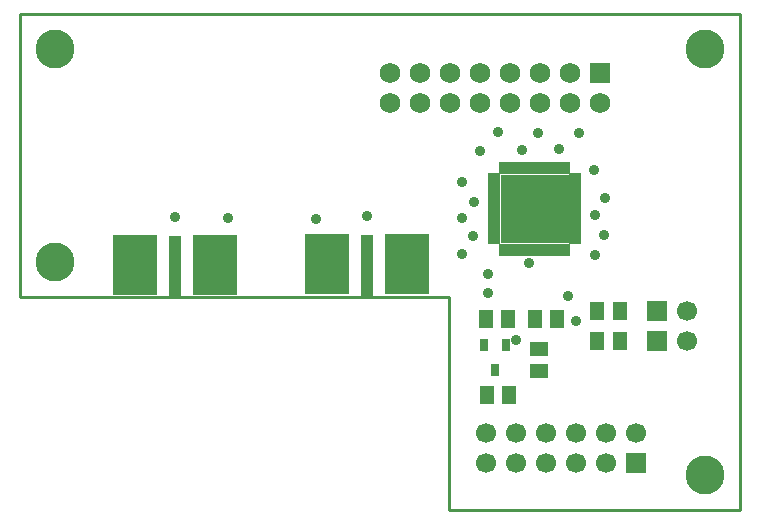
<source format=gts>
G04*
G04 #@! TF.GenerationSoftware,Altium Limited,Altium Designer,20.2.5 (213)*
G04*
G04 Layer_Color=8388736*
%FSLAX42Y42*%
%MOMM*%
G71*
G04*
G04 #@! TF.SameCoordinates,652FF055-600A-4CD0-B872-06A474BCBBFF*
G04*
G04*
G04 #@! TF.FilePolarity,Negative*
G04*
G01*
G75*
%ADD12C,0.25*%
%ADD23R,0.80X1.05*%
%ADD24R,1.22X1.60*%
%ADD25R,1.05X0.50*%
%ADD26R,0.50X1.05*%
%ADD27R,5.80X5.80*%
%ADD28R,3.70X5.10*%
%ADD29R,1.10X5.30*%
%ADD30R,1.60X1.22*%
%ADD31C,1.70*%
%ADD32R,1.70X1.70*%
%ADD33R,1.70X1.70*%
%ADD34C,1.73*%
%ADD35R,1.73X1.73*%
%ADD36C,3.30*%
%ADD37C,0.90*%
D12*
X7640Y5300D02*
X10100D01*
X7640D02*
Y7100D01*
X4000D02*
X7640D01*
X4000D02*
Y9500D01*
X10100D01*
Y5300D02*
Y9500D01*
D23*
X8028Y6482D02*
D03*
X7932Y6697D02*
D03*
X8122D02*
D03*
D24*
X7955Y6272D02*
D03*
X8146D02*
D03*
X8360Y6915D02*
D03*
X8550D02*
D03*
X8136D02*
D03*
X7945D02*
D03*
X8890Y6985D02*
D03*
X9081D02*
D03*
Y6731D02*
D03*
X8890D02*
D03*
D25*
X8705Y7575D02*
D03*
Y7625D02*
D03*
Y7675D02*
D03*
Y7725D02*
D03*
Y7775D02*
D03*
Y7825D02*
D03*
Y7875D02*
D03*
Y7925D02*
D03*
Y7975D02*
D03*
Y8025D02*
D03*
Y8075D02*
D03*
Y8125D02*
D03*
X8015D02*
D03*
Y8075D02*
D03*
Y8025D02*
D03*
Y7975D02*
D03*
Y7925D02*
D03*
Y7875D02*
D03*
Y7825D02*
D03*
Y7775D02*
D03*
Y7725D02*
D03*
Y7675D02*
D03*
Y7625D02*
D03*
Y7575D02*
D03*
D26*
X8635Y8195D02*
D03*
X8585D02*
D03*
X8535D02*
D03*
X8485D02*
D03*
X8435D02*
D03*
X8385D02*
D03*
X8335D02*
D03*
X8285D02*
D03*
X8235D02*
D03*
X8185D02*
D03*
X8135D02*
D03*
X8085D02*
D03*
Y7505D02*
D03*
X8135D02*
D03*
X8185D02*
D03*
X8235D02*
D03*
X8285D02*
D03*
X8335D02*
D03*
X8385D02*
D03*
X8435D02*
D03*
X8485D02*
D03*
X8535D02*
D03*
X8585D02*
D03*
X8635D02*
D03*
D27*
X8360Y7850D02*
D03*
D28*
X4980Y7378D02*
D03*
X5657D02*
D03*
X6600Y7382D02*
D03*
X7277D02*
D03*
D29*
X5320Y7360D02*
D03*
X6940Y7365D02*
D03*
D30*
X8395Y6475D02*
D03*
Y6665D02*
D03*
D31*
X7952Y5950D02*
D03*
X8206D02*
D03*
X8460D02*
D03*
X8714D02*
D03*
X8968D02*
D03*
X7952Y5696D02*
D03*
X8206D02*
D03*
X8460D02*
D03*
X8714D02*
D03*
X8968D02*
D03*
X9222Y5950D02*
D03*
X9652Y6731D02*
D03*
Y6985D02*
D03*
D32*
X9222Y5696D02*
D03*
D33*
X9398Y6731D02*
D03*
Y6985D02*
D03*
D34*
X8408Y9004D02*
D03*
X8662D02*
D03*
X8408Y8750D02*
D03*
X8916D02*
D03*
X8662D02*
D03*
X8154Y9004D02*
D03*
Y8750D02*
D03*
X7900Y9004D02*
D03*
Y8750D02*
D03*
X7646Y9004D02*
D03*
Y8750D02*
D03*
X7392Y9004D02*
D03*
Y8750D02*
D03*
X7138Y9004D02*
D03*
Y8750D02*
D03*
D35*
X8916Y9004D02*
D03*
D36*
X4300Y7400D02*
D03*
X9800Y5600D02*
D03*
Y9200D02*
D03*
X4300D02*
D03*
D37*
X8500Y8000D02*
D03*
X8350D02*
D03*
X8200D02*
D03*
X8347Y7850D02*
D03*
X8500D02*
D03*
X8200D02*
D03*
X8350Y7700D02*
D03*
X8500D02*
D03*
X8200D02*
D03*
X8712Y6897D02*
D03*
X8200Y6740D02*
D03*
X6510Y7762D02*
D03*
X5765Y7770D02*
D03*
X5320Y7780D02*
D03*
X6940Y7790D02*
D03*
X8050Y8500D02*
D03*
X8740Y8490D02*
D03*
X8390D02*
D03*
X8870Y7460D02*
D03*
X8870Y7800D02*
D03*
X8955Y7940D02*
D03*
X8950Y7630D02*
D03*
X8865Y8180D02*
D03*
X8570Y8360D02*
D03*
X8255Y8350D02*
D03*
X7900Y8340D02*
D03*
X7750Y7470D02*
D03*
X7745Y8080D02*
D03*
X7845Y7910D02*
D03*
X7840Y7620D02*
D03*
X7745Y7770D02*
D03*
X8645Y7110D02*
D03*
X7965Y7140D02*
D03*
X7965Y7300D02*
D03*
X8310Y7393D02*
D03*
M02*

</source>
